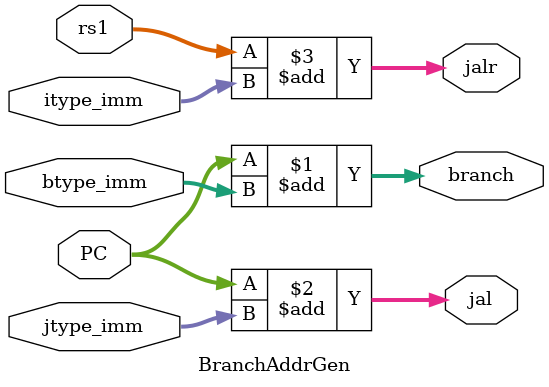
<source format=sv>
`timescale 1ns / 1ps


module BranchAddrGen(
    input logic [31:0] PC, jtype_imm, btype_imm, itype_imm, rs1,
    output logic [31:0] jal, branch, jalr
    );

    assign branch = PC + ($signed(btype_imm));
    assign jal = PC + jtype_imm;
    assign jalr = rs1 + itype_imm;
endmodule

</source>
